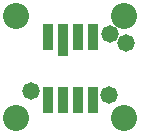
<source format=gts>
G04*
G04 #@! TF.GenerationSoftware,Altium Limited,Altium Designer,22.2.1 (43)*
G04*
G04 Layer_Color=8388736*
%FSLAX25Y25*%
%MOIN*%
G70*
G04*
G04 #@! TF.SameCoordinates,45019255-E314-4CC0-BBC9-7E872D735D2A*
G04*
G04*
G04 #@! TF.FilePolarity,Negative*
G04*
G01*
G75*
%ADD12R,0.03543X0.08858*%
%ADD13R,0.03543X0.11024*%
%ADD14C,0.08674*%
%ADD15C,0.05800*%
D12*
X-7480Y-10531D02*
D03*
X-2559D02*
D03*
X2559D02*
D03*
X7480D02*
D03*
X-7480Y10531D02*
D03*
X2559D02*
D03*
X7480D02*
D03*
D13*
X-2559Y9449D02*
D03*
D14*
X18000Y-16500D02*
D03*
Y17500D02*
D03*
X-18000Y-16500D02*
D03*
Y17500D02*
D03*
D15*
X12752Y-9000D02*
D03*
X-13000Y-7500D02*
D03*
X13304Y11500D02*
D03*
X18500Y8500D02*
D03*
M02*

</source>
